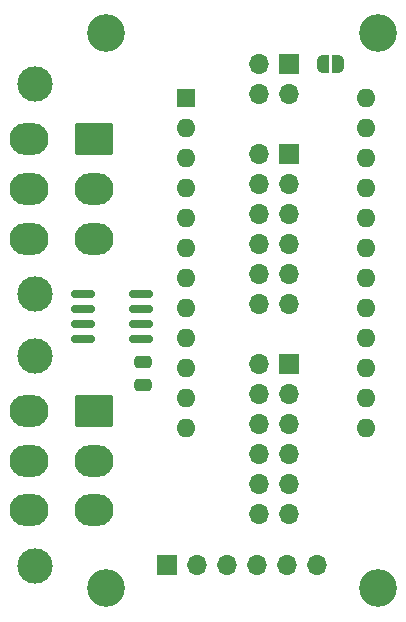
<source format=gbr>
%TF.GenerationSoftware,KiCad,Pcbnew,(6.0.9)*%
%TF.CreationDate,2023-03-29T12:05:32-08:00*%
%TF.ProjectId,ABSIS_ALE,41425349-535f-4414-9c45-2e6b69636164,2*%
%TF.SameCoordinates,Original*%
%TF.FileFunction,Soldermask,Top*%
%TF.FilePolarity,Negative*%
%FSLAX46Y46*%
G04 Gerber Fmt 4.6, Leading zero omitted, Abs format (unit mm)*
G04 Created by KiCad (PCBNEW (6.0.9)) date 2023-03-29 12:05:32*
%MOMM*%
%LPD*%
G01*
G04 APERTURE LIST*
G04 Aperture macros list*
%AMRoundRect*
0 Rectangle with rounded corners*
0 $1 Rounding radius*
0 $2 $3 $4 $5 $6 $7 $8 $9 X,Y pos of 4 corners*
0 Add a 4 corners polygon primitive as box body*
4,1,4,$2,$3,$4,$5,$6,$7,$8,$9,$2,$3,0*
0 Add four circle primitives for the rounded corners*
1,1,$1+$1,$2,$3*
1,1,$1+$1,$4,$5*
1,1,$1+$1,$6,$7*
1,1,$1+$1,$8,$9*
0 Add four rect primitives between the rounded corners*
20,1,$1+$1,$2,$3,$4,$5,0*
20,1,$1+$1,$4,$5,$6,$7,0*
20,1,$1+$1,$6,$7,$8,$9,0*
20,1,$1+$1,$8,$9,$2,$3,0*%
%AMFreePoly0*
4,1,22,0.500000,-0.750000,0.000000,-0.750000,0.000000,-0.745033,-0.079941,-0.743568,-0.215256,-0.701293,-0.333266,-0.622738,-0.424486,-0.514219,-0.481581,-0.384460,-0.499164,-0.250000,-0.500000,-0.250000,-0.500000,0.250000,-0.499164,0.250000,-0.499963,0.256109,-0.478152,0.396186,-0.417904,0.524511,-0.324060,0.630769,-0.204165,0.706417,-0.067858,0.745374,0.000000,0.744959,0.000000,0.750000,
0.500000,0.750000,0.500000,-0.750000,0.500000,-0.750000,$1*%
%AMFreePoly1*
4,1,20,0.000000,0.744959,0.073905,0.744508,0.209726,0.703889,0.328688,0.626782,0.421226,0.519385,0.479903,0.390333,0.500000,0.250000,0.500000,-0.250000,0.499851,-0.262216,0.476331,-0.402017,0.414519,-0.529596,0.319384,-0.634700,0.198574,-0.708877,0.061801,-0.746166,0.000000,-0.745033,0.000000,-0.750000,-0.500000,-0.750000,-0.500000,0.750000,0.000000,0.750000,0.000000,0.744959,
0.000000,0.744959,$1*%
G04 Aperture macros list end*
%ADD10C,3.200000*%
%ADD11RoundRect,0.250000X0.475000X-0.250000X0.475000X0.250000X-0.475000X0.250000X-0.475000X-0.250000X0*%
%ADD12C,3.000000*%
%ADD13RoundRect,0.250001X-1.399999X1.099999X-1.399999X-1.099999X1.399999X-1.099999X1.399999X1.099999X0*%
%ADD14O,3.300000X2.700000*%
%ADD15RoundRect,0.150000X0.825000X0.150000X-0.825000X0.150000X-0.825000X-0.150000X0.825000X-0.150000X0*%
%ADD16R,1.600000X1.600000*%
%ADD17O,1.600000X1.600000*%
%ADD18FreePoly0,180.000000*%
%ADD19FreePoly1,180.000000*%
%ADD20R,1.700000X1.700000*%
%ADD21O,1.700000X1.700000*%
G04 APERTURE END LIST*
D10*
%TO.C,H2*%
X34000000Y49000000D03*
%TD*%
%TO.C,H3*%
X11000000Y2000000D03*
%TD*%
%TO.C,H4*%
X34000000Y2000000D03*
%TD*%
D11*
%TO.C,C1*%
X14168900Y19234800D03*
X14168900Y21134800D03*
%TD*%
D12*
%TO.C,J1*%
X4960000Y26900000D03*
X4960000Y44700000D03*
D13*
X10000000Y40000000D03*
D14*
X10000000Y35800000D03*
X10000000Y31600000D03*
X4500000Y40000000D03*
X4500000Y35800000D03*
X4500000Y31600000D03*
%TD*%
D12*
%TO.C,J2*%
X4960000Y21700000D03*
X4960000Y3900000D03*
D13*
X10000000Y17000000D03*
D14*
X10000000Y12800000D03*
X10000000Y8600000D03*
X4500000Y17000000D03*
X4500000Y12800000D03*
X4500000Y8600000D03*
%TD*%
D15*
%TO.C,U1*%
X13975000Y23095000D03*
X13975000Y24365000D03*
X13975000Y25635000D03*
X13975000Y26905000D03*
X9025000Y26905000D03*
X9025000Y25635000D03*
X9025000Y24365000D03*
X9025000Y23095000D03*
%TD*%
D10*
%TO.C,H1*%
X11000000Y49000000D03*
%TD*%
D16*
%TO.C,XU1*%
X17737600Y43486800D03*
D17*
X17737600Y40946800D03*
X17737600Y38406800D03*
X17737600Y35866800D03*
X17737600Y33326800D03*
X17737600Y30786800D03*
X17737600Y28246800D03*
X17737600Y25706800D03*
X17737600Y23166800D03*
X17737600Y20626800D03*
X17737600Y18086800D03*
X17737600Y15546800D03*
X32977600Y15546800D03*
X32977600Y18086800D03*
X32977600Y20626800D03*
X32977600Y23166800D03*
X32977600Y25706800D03*
X32977600Y28246800D03*
X32977600Y30786800D03*
X32977600Y33326800D03*
X32977600Y35866800D03*
X32977600Y38406800D03*
X32977600Y40946800D03*
X32977600Y43486800D03*
%TD*%
D18*
%TO.C,RST1*%
X30678900Y46407800D03*
D19*
X29378900Y46407800D03*
%TD*%
D20*
%TO.C,J3*%
X26500000Y38780000D03*
D21*
X23960000Y38780000D03*
X26500000Y36240000D03*
X23960000Y36240000D03*
X26500000Y33700000D03*
X23960000Y33700000D03*
X26500000Y31160000D03*
X23960000Y31160000D03*
X26500000Y28620000D03*
X23960000Y28620000D03*
X26500000Y26080000D03*
X23960000Y26080000D03*
%TD*%
D20*
%TO.C,J5*%
X16200000Y4000000D03*
D21*
X18740000Y4000000D03*
X21280000Y4000000D03*
X23820000Y4000000D03*
X26360000Y4000000D03*
X28900000Y4000000D03*
%TD*%
D20*
%TO.C,J6*%
X26500000Y46400000D03*
D21*
X23960000Y46400000D03*
X26500000Y43860000D03*
X23960000Y43860000D03*
%TD*%
D20*
%TO.C,J4*%
X26500000Y21000000D03*
D21*
X23960000Y21000000D03*
X26500000Y18460000D03*
X23960000Y18460000D03*
X26500000Y15920000D03*
X23960000Y15920000D03*
X26500000Y13380000D03*
X23960000Y13380000D03*
X26500000Y10840000D03*
X23960000Y10840000D03*
X26500000Y8300000D03*
X23960000Y8300000D03*
%TD*%
M02*

</source>
